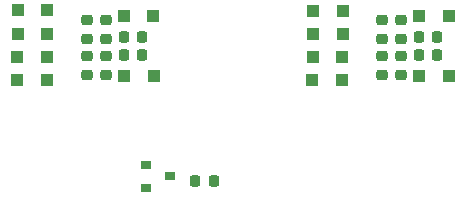
<source format=gtp>
G04 #@! TF.GenerationSoftware,KiCad,Pcbnew,7.0.6+dfsg-1*
G04 #@! TF.CreationDate,2023-08-24T18:37:01+02:00*
G04 #@! TF.ProjectId,USB,5553422e-6b69-4636-9164-5f7063625858,rev?*
G04 #@! TF.SameCoordinates,Original*
G04 #@! TF.FileFunction,Paste,Top*
G04 #@! TF.FilePolarity,Positive*
%FSLAX46Y46*%
G04 Gerber Fmt 4.6, Leading zero omitted, Abs format (unit mm)*
G04 Created by KiCad (PCBNEW 7.0.6+dfsg-1) date 2023-08-24 18:37:01*
%MOMM*%
%LPD*%
G01*
G04 APERTURE LIST*
G04 Aperture macros list*
%AMRoundRect*
0 Rectangle with rounded corners*
0 $1 Rounding radius*
0 $2 $3 $4 $5 $6 $7 $8 $9 X,Y pos of 4 corners*
0 Add a 4 corners polygon primitive as box body*
4,1,4,$2,$3,$4,$5,$6,$7,$8,$9,$2,$3,0*
0 Add four circle primitives for the rounded corners*
1,1,$1+$1,$2,$3*
1,1,$1+$1,$4,$5*
1,1,$1+$1,$6,$7*
1,1,$1+$1,$8,$9*
0 Add four rect primitives between the rounded corners*
20,1,$1+$1,$2,$3,$4,$5,0*
20,1,$1+$1,$4,$5,$6,$7,0*
20,1,$1+$1,$6,$7,$8,$9,0*
20,1,$1+$1,$8,$9,$2,$3,0*%
G04 Aperture macros list end*
%ADD10R,1.000000X1.000000*%
%ADD11RoundRect,0.218750X0.256250X-0.218750X0.256250X0.218750X-0.256250X0.218750X-0.256250X-0.218750X0*%
%ADD12RoundRect,0.218750X-0.256250X0.218750X-0.256250X-0.218750X0.256250X-0.218750X0.256250X0.218750X0*%
%ADD13RoundRect,0.218750X-0.218750X-0.256250X0.218750X-0.256250X0.218750X0.256250X-0.218750X0.256250X0*%
%ADD14RoundRect,0.218750X0.218750X0.256250X-0.218750X0.256250X-0.218750X-0.256250X0.218750X-0.256250X0*%
%ADD15R,0.900000X0.800000*%
G04 APERTURE END LIST*
D10*
X131364000Y-97608000D03*
X128864000Y-97608000D03*
X128844000Y-99568000D03*
X131344000Y-99568000D03*
X131404000Y-93638000D03*
X128904000Y-93638000D03*
X137899000Y-94163000D03*
X140399000Y-94163000D03*
X156364000Y-97608000D03*
X153864000Y-97608000D03*
X153844000Y-99568000D03*
X156344000Y-99568000D03*
X153904000Y-95628000D03*
X156404000Y-95628000D03*
X162899000Y-94163000D03*
X165399000Y-94163000D03*
D11*
X134789000Y-99115500D03*
X134789000Y-97540500D03*
D12*
X134789000Y-94520500D03*
X134789000Y-96095500D03*
D13*
X137864000Y-95920500D03*
X139439000Y-95920500D03*
D11*
X159789000Y-99115500D03*
X159789000Y-97540500D03*
X161334000Y-99123000D03*
X161334000Y-97548000D03*
D13*
X162864000Y-95920500D03*
X164439000Y-95920500D03*
D11*
X136339000Y-99125500D03*
X136339000Y-97550500D03*
D10*
X162911500Y-99190500D03*
X165411500Y-99190500D03*
D11*
X136339000Y-96098000D03*
X136339000Y-94523000D03*
D13*
X162864000Y-97450500D03*
X164439000Y-97450500D03*
D10*
X137911500Y-99190500D03*
X140411500Y-99190500D03*
X128904000Y-95628000D03*
X131404000Y-95628000D03*
X156404000Y-93698000D03*
X153904000Y-93698000D03*
D13*
X137864000Y-97450500D03*
X139439000Y-97450500D03*
D14*
X145501500Y-108108000D03*
X143926500Y-108108000D03*
D15*
X139764000Y-106768000D03*
X139764000Y-108668000D03*
X141764000Y-107718000D03*
D11*
X161344000Y-96098000D03*
X161344000Y-94523000D03*
D12*
X159789000Y-94520500D03*
X159789000Y-96095500D03*
M02*

</source>
